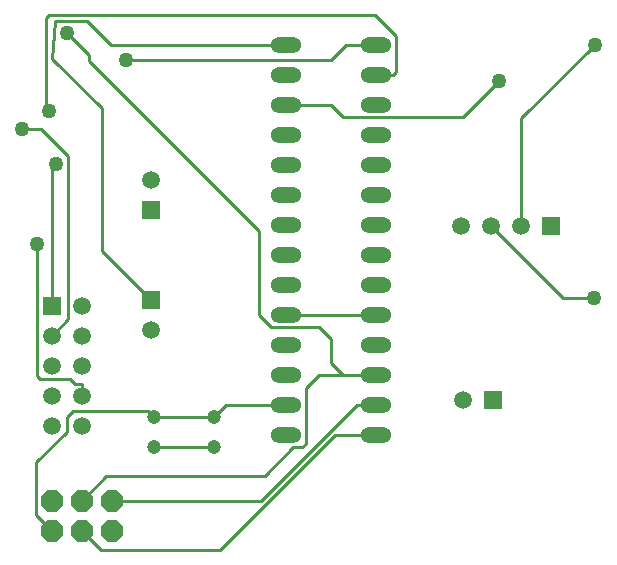
<source format=gbl>
G04*
G04 #@! TF.GenerationSoftware,Altium Limited,Altium Designer,19.1.8 (144)*
G04*
G04 Layer_Physical_Order=2*
G04 Layer_Color=16711680*
%FSLAX25Y25*%
%MOIN*%
G70*
G01*
G75*
%ADD12C,0.01000*%
%ADD47O,0.10400X0.05200*%
%ADD48C,0.04724*%
%ADD49R,0.05906X0.05906*%
%ADD50C,0.05906*%
%ADD51P,0.08010X8X202.5*%
%ADD52R,0.05906X0.05906*%
%ADD53C,0.05000*%
D12*
X76900Y175000D02*
X135000D01*
X68900Y183000D02*
X76900Y175000D01*
X58000Y183000D02*
X68900D01*
X57200Y170400D02*
X58000Y183000D01*
X57200Y170400D02*
X73800Y153800D01*
Y106200D02*
Y153800D01*
Y106200D02*
X90000Y90000D01*
X115000Y55000D02*
X135000D01*
X111000Y51000D02*
X115000Y55000D01*
X158749D02*
X165000D01*
X126749Y23000D02*
X158749Y55000D01*
X77000Y23000D02*
X126749D01*
X67000Y58000D02*
Y61800D01*
X64900D02*
X67000D01*
X63200Y63500D02*
X64900Y61800D01*
X53100Y63500D02*
X63200D01*
X52000Y64600D02*
X53100Y63500D01*
X52000Y64600D02*
Y108600D01*
X146000Y65000D02*
X154000D01*
X141700Y60700D02*
X146000Y65000D01*
X141700Y42000D02*
Y60700D01*
X140600Y40900D02*
X141700Y42000D01*
X137600Y40900D02*
X140600D01*
X128000Y31300D02*
X137600Y40900D01*
X75300Y31300D02*
X128000D01*
X67000Y23000D02*
X75300Y31300D01*
X62000Y179000D02*
X69449Y171551D01*
Y169551D02*
Y171551D01*
Y169551D02*
X126000Y113000D01*
Y84900D02*
Y113000D01*
Y84900D02*
X130000Y80900D01*
X146000D01*
X150000Y76900D01*
Y69000D02*
Y76900D01*
Y69000D02*
X154000Y65000D01*
X165000D01*
X47200Y146900D02*
X53600D01*
X62500Y138000D01*
Y83500D02*
Y138000D01*
X57000Y78000D02*
X62500Y83500D01*
X165000Y165000D02*
X170700D01*
X171700Y166000D01*
Y178000D01*
X164700Y185000D02*
X171700Y178000D01*
X56158Y185000D02*
X164700D01*
X55158Y184000D02*
X56158Y185000D01*
X55158Y153757D02*
Y184000D01*
Y153757D02*
X56000Y152916D01*
X91000Y51000D02*
X111000D01*
X89000Y53000D02*
X91000Y51000D01*
X64000Y53000D02*
X89000D01*
X62000Y51000D02*
X64000Y53000D01*
X62000Y46000D02*
Y51000D01*
X51800Y35800D02*
X62000Y46000D01*
X51800Y18200D02*
Y35800D01*
Y18200D02*
X57000Y13000D01*
X135000Y155000D02*
X150000D01*
X154100Y150900D01*
X194000D01*
X206000Y162900D01*
X213500Y114500D02*
Y150500D01*
X238000Y175000D01*
X227500Y90500D02*
X237700D01*
X203500Y114500D02*
X227500Y90500D01*
X57000Y88000D02*
Y133800D01*
X58500Y135300D01*
X155000Y175000D02*
X165000D01*
X150000Y170000D02*
X155000Y175000D01*
X81900Y170000D02*
X150000D01*
X67000Y13000D02*
X73400Y6600D01*
X113200D01*
X151600Y45000D01*
X165000D01*
X91000Y41000D02*
X111000D01*
X135000Y85000D02*
X165000D01*
D47*
X135000Y175000D02*
D03*
Y165000D02*
D03*
Y155000D02*
D03*
Y145000D02*
D03*
Y135000D02*
D03*
Y125000D02*
D03*
Y115000D02*
D03*
Y105000D02*
D03*
Y95000D02*
D03*
Y85000D02*
D03*
Y75000D02*
D03*
Y65000D02*
D03*
Y55000D02*
D03*
Y45000D02*
D03*
X165000D02*
D03*
Y55000D02*
D03*
Y65000D02*
D03*
Y75000D02*
D03*
Y85000D02*
D03*
Y95000D02*
D03*
Y105000D02*
D03*
Y115000D02*
D03*
Y125000D02*
D03*
Y135000D02*
D03*
Y145000D02*
D03*
Y155000D02*
D03*
Y165000D02*
D03*
Y175000D02*
D03*
D48*
X111000Y41000D02*
D03*
Y51000D02*
D03*
X91000Y41000D02*
D03*
Y51000D02*
D03*
D49*
X90000Y90000D02*
D03*
Y120000D02*
D03*
X57000Y88000D02*
D03*
D50*
X90000Y80000D02*
D03*
Y130000D02*
D03*
X67000Y48000D02*
D03*
X57000D02*
D03*
X67000Y58000D02*
D03*
X57000D02*
D03*
X67000Y68000D02*
D03*
X57000D02*
D03*
X67000Y78000D02*
D03*
X57000D02*
D03*
X67000Y88000D02*
D03*
X193500Y114500D02*
D03*
X203500D02*
D03*
X213500D02*
D03*
X194000Y56500D02*
D03*
D51*
X77000Y23000D02*
D03*
Y13000D02*
D03*
X67000Y23000D02*
D03*
Y13000D02*
D03*
X57000Y23000D02*
D03*
Y13000D02*
D03*
D52*
X223500Y114500D02*
D03*
X204000Y56500D02*
D03*
D53*
X52000Y108600D02*
D03*
X62000Y179000D02*
D03*
X47200Y146900D02*
D03*
X56000Y152916D02*
D03*
X206000Y162900D02*
D03*
X238000Y175000D02*
D03*
X237700Y90500D02*
D03*
X58500Y135300D02*
D03*
X81900Y170000D02*
D03*
M02*

</source>
